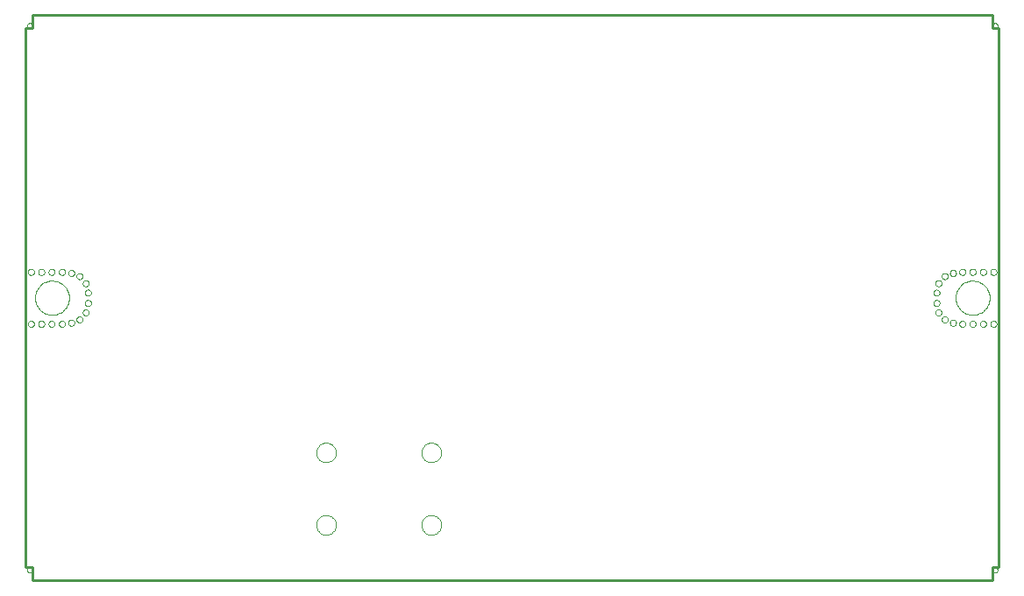
<source format=gbr>
G75*
G70*
%OFA0B0*%
%FSLAX24Y24*%
%IPPOS*%
%LPD*%
%AMOC8*
5,1,8,0,0,1.08239X$1,22.5*
%
%ADD10C,0.0000*%
%ADD11C,0.0100*%
D10*
X002914Y004552D02*
X002916Y004572D01*
X002922Y004591D01*
X002932Y004608D01*
X002944Y004623D01*
X002960Y004635D01*
X002978Y004644D01*
X002997Y004649D01*
X003017Y004650D01*
X003037Y004647D01*
X003055Y004640D01*
X003072Y004629D01*
X003086Y004616D01*
X003098Y004600D01*
X003106Y004581D01*
X003109Y004562D01*
X003109Y004542D01*
X003106Y004523D01*
X003098Y004504D01*
X003086Y004488D01*
X003072Y004475D01*
X003055Y004464D01*
X003037Y004457D01*
X003017Y004454D01*
X002997Y004455D01*
X002978Y004460D01*
X002960Y004469D01*
X002944Y004481D01*
X002932Y004496D01*
X002922Y004513D01*
X002916Y004532D01*
X002914Y004552D01*
X013907Y006265D02*
X013909Y006304D01*
X013915Y006343D01*
X013925Y006381D01*
X013939Y006417D01*
X013957Y006452D01*
X013978Y006485D01*
X014003Y006515D01*
X014031Y006543D01*
X014061Y006568D01*
X014094Y006589D01*
X014129Y006607D01*
X014165Y006621D01*
X014203Y006631D01*
X014242Y006637D01*
X014281Y006639D01*
X014320Y006637D01*
X014359Y006631D01*
X014397Y006621D01*
X014433Y006607D01*
X014468Y006589D01*
X014501Y006568D01*
X014531Y006543D01*
X014559Y006515D01*
X014584Y006485D01*
X014605Y006452D01*
X014623Y006417D01*
X014637Y006381D01*
X014647Y006343D01*
X014653Y006304D01*
X014655Y006265D01*
X014653Y006226D01*
X014647Y006187D01*
X014637Y006149D01*
X014623Y006113D01*
X014605Y006078D01*
X014584Y006045D01*
X014559Y006015D01*
X014531Y005987D01*
X014501Y005962D01*
X014468Y005941D01*
X014433Y005923D01*
X014397Y005909D01*
X014359Y005899D01*
X014320Y005893D01*
X014281Y005891D01*
X014242Y005893D01*
X014203Y005899D01*
X014165Y005909D01*
X014129Y005923D01*
X014094Y005941D01*
X014061Y005962D01*
X014031Y005987D01*
X014003Y006015D01*
X013978Y006045D01*
X013957Y006078D01*
X013939Y006113D01*
X013925Y006149D01*
X013915Y006187D01*
X013909Y006226D01*
X013907Y006265D01*
X013907Y009021D02*
X013909Y009060D01*
X013915Y009099D01*
X013925Y009137D01*
X013939Y009173D01*
X013957Y009208D01*
X013978Y009241D01*
X014003Y009271D01*
X014031Y009299D01*
X014061Y009324D01*
X014094Y009345D01*
X014129Y009363D01*
X014165Y009377D01*
X014203Y009387D01*
X014242Y009393D01*
X014281Y009395D01*
X014320Y009393D01*
X014359Y009387D01*
X014397Y009377D01*
X014433Y009363D01*
X014468Y009345D01*
X014501Y009324D01*
X014531Y009299D01*
X014559Y009271D01*
X014584Y009241D01*
X014605Y009208D01*
X014623Y009173D01*
X014637Y009137D01*
X014647Y009099D01*
X014653Y009060D01*
X014655Y009021D01*
X014653Y008982D01*
X014647Y008943D01*
X014637Y008905D01*
X014623Y008869D01*
X014605Y008834D01*
X014584Y008801D01*
X014559Y008771D01*
X014531Y008743D01*
X014501Y008718D01*
X014468Y008697D01*
X014433Y008679D01*
X014397Y008665D01*
X014359Y008655D01*
X014320Y008649D01*
X014281Y008647D01*
X014242Y008649D01*
X014203Y008655D01*
X014165Y008665D01*
X014129Y008679D01*
X014094Y008697D01*
X014061Y008718D01*
X014031Y008743D01*
X014003Y008771D01*
X013978Y008801D01*
X013957Y008834D01*
X013939Y008869D01*
X013925Y008905D01*
X013915Y008943D01*
X013909Y008982D01*
X013907Y009021D01*
X017907Y009021D02*
X017909Y009060D01*
X017915Y009099D01*
X017925Y009137D01*
X017939Y009173D01*
X017957Y009208D01*
X017978Y009241D01*
X018003Y009271D01*
X018031Y009299D01*
X018061Y009324D01*
X018094Y009345D01*
X018129Y009363D01*
X018165Y009377D01*
X018203Y009387D01*
X018242Y009393D01*
X018281Y009395D01*
X018320Y009393D01*
X018359Y009387D01*
X018397Y009377D01*
X018433Y009363D01*
X018468Y009345D01*
X018501Y009324D01*
X018531Y009299D01*
X018559Y009271D01*
X018584Y009241D01*
X018605Y009208D01*
X018623Y009173D01*
X018637Y009137D01*
X018647Y009099D01*
X018653Y009060D01*
X018655Y009021D01*
X018653Y008982D01*
X018647Y008943D01*
X018637Y008905D01*
X018623Y008869D01*
X018605Y008834D01*
X018584Y008801D01*
X018559Y008771D01*
X018531Y008743D01*
X018501Y008718D01*
X018468Y008697D01*
X018433Y008679D01*
X018397Y008665D01*
X018359Y008655D01*
X018320Y008649D01*
X018281Y008647D01*
X018242Y008649D01*
X018203Y008655D01*
X018165Y008665D01*
X018129Y008679D01*
X018094Y008697D01*
X018061Y008718D01*
X018031Y008743D01*
X018003Y008771D01*
X017978Y008801D01*
X017957Y008834D01*
X017939Y008869D01*
X017925Y008905D01*
X017915Y008943D01*
X017909Y008982D01*
X017907Y009021D01*
X017907Y006265D02*
X017909Y006304D01*
X017915Y006343D01*
X017925Y006381D01*
X017939Y006417D01*
X017957Y006452D01*
X017978Y006485D01*
X018003Y006515D01*
X018031Y006543D01*
X018061Y006568D01*
X018094Y006589D01*
X018129Y006607D01*
X018165Y006621D01*
X018203Y006631D01*
X018242Y006637D01*
X018281Y006639D01*
X018320Y006637D01*
X018359Y006631D01*
X018397Y006621D01*
X018433Y006607D01*
X018468Y006589D01*
X018501Y006568D01*
X018531Y006543D01*
X018559Y006515D01*
X018584Y006485D01*
X018605Y006452D01*
X018623Y006417D01*
X018637Y006381D01*
X018647Y006343D01*
X018653Y006304D01*
X018655Y006265D01*
X018653Y006226D01*
X018647Y006187D01*
X018637Y006149D01*
X018623Y006113D01*
X018605Y006078D01*
X018584Y006045D01*
X018559Y006015D01*
X018531Y005987D01*
X018501Y005962D01*
X018468Y005941D01*
X018433Y005923D01*
X018397Y005909D01*
X018359Y005899D01*
X018320Y005893D01*
X018281Y005891D01*
X018242Y005893D01*
X018203Y005899D01*
X018165Y005909D01*
X018129Y005923D01*
X018094Y005941D01*
X018061Y005962D01*
X018031Y005987D01*
X018003Y006015D01*
X017978Y006045D01*
X017957Y006078D01*
X017939Y006113D01*
X017925Y006149D01*
X017915Y006187D01*
X017909Y006226D01*
X017907Y006265D01*
X005028Y014349D02*
X005030Y014371D01*
X005036Y014392D01*
X005046Y014411D01*
X005059Y014428D01*
X005075Y014443D01*
X005093Y014455D01*
X005114Y014462D01*
X005135Y014466D01*
X005157Y014466D01*
X005178Y014462D01*
X005199Y014455D01*
X005217Y014443D01*
X005233Y014428D01*
X005246Y014411D01*
X005256Y014392D01*
X005262Y014371D01*
X005264Y014349D01*
X005262Y014327D01*
X005256Y014306D01*
X005246Y014287D01*
X005233Y014270D01*
X005217Y014255D01*
X005199Y014243D01*
X005178Y014236D01*
X005157Y014232D01*
X005135Y014232D01*
X005114Y014236D01*
X005093Y014243D01*
X005075Y014255D01*
X005059Y014270D01*
X005046Y014287D01*
X005036Y014306D01*
X005030Y014327D01*
X005028Y014349D01*
X004792Y014074D02*
X004794Y014096D01*
X004800Y014117D01*
X004810Y014136D01*
X004823Y014153D01*
X004839Y014168D01*
X004857Y014180D01*
X004878Y014187D01*
X004899Y014191D01*
X004921Y014191D01*
X004942Y014187D01*
X004963Y014180D01*
X004981Y014168D01*
X004997Y014153D01*
X005010Y014136D01*
X005020Y014117D01*
X005026Y014096D01*
X005028Y014074D01*
X005026Y014052D01*
X005020Y014031D01*
X005010Y014012D01*
X004997Y013995D01*
X004981Y013980D01*
X004963Y013968D01*
X004942Y013961D01*
X004921Y013957D01*
X004899Y013957D01*
X004878Y013961D01*
X004857Y013968D01*
X004839Y013980D01*
X004823Y013995D01*
X004810Y014012D01*
X004800Y014031D01*
X004794Y014052D01*
X004792Y014074D01*
X004477Y013956D02*
X004479Y013978D01*
X004485Y013999D01*
X004495Y014018D01*
X004508Y014035D01*
X004524Y014050D01*
X004542Y014062D01*
X004563Y014069D01*
X004584Y014073D01*
X004606Y014073D01*
X004627Y014069D01*
X004648Y014062D01*
X004666Y014050D01*
X004682Y014035D01*
X004695Y014018D01*
X004705Y013999D01*
X004711Y013978D01*
X004713Y013956D01*
X004711Y013934D01*
X004705Y013913D01*
X004695Y013894D01*
X004682Y013877D01*
X004666Y013862D01*
X004648Y013850D01*
X004627Y013843D01*
X004606Y013839D01*
X004584Y013839D01*
X004563Y013843D01*
X004542Y013850D01*
X004524Y013862D01*
X004508Y013877D01*
X004495Y013894D01*
X004485Y013913D01*
X004479Y013934D01*
X004477Y013956D01*
X004122Y013916D02*
X004124Y013938D01*
X004130Y013959D01*
X004140Y013978D01*
X004153Y013995D01*
X004169Y014010D01*
X004187Y014022D01*
X004208Y014029D01*
X004229Y014033D01*
X004251Y014033D01*
X004272Y014029D01*
X004293Y014022D01*
X004311Y014010D01*
X004327Y013995D01*
X004340Y013978D01*
X004350Y013959D01*
X004356Y013938D01*
X004358Y013916D01*
X004356Y013894D01*
X004350Y013873D01*
X004340Y013854D01*
X004327Y013837D01*
X004311Y013822D01*
X004293Y013810D01*
X004272Y013803D01*
X004251Y013799D01*
X004229Y013799D01*
X004208Y013803D01*
X004187Y013810D01*
X004169Y013822D01*
X004153Y013837D01*
X004140Y013854D01*
X004130Y013873D01*
X004124Y013894D01*
X004122Y013916D01*
X003729Y013916D02*
X003731Y013938D01*
X003737Y013959D01*
X003747Y013978D01*
X003760Y013995D01*
X003776Y014010D01*
X003794Y014022D01*
X003815Y014029D01*
X003836Y014033D01*
X003858Y014033D01*
X003879Y014029D01*
X003900Y014022D01*
X003918Y014010D01*
X003934Y013995D01*
X003947Y013978D01*
X003957Y013959D01*
X003963Y013938D01*
X003965Y013916D01*
X003963Y013894D01*
X003957Y013873D01*
X003947Y013854D01*
X003934Y013837D01*
X003918Y013822D01*
X003900Y013810D01*
X003879Y013803D01*
X003858Y013799D01*
X003836Y013799D01*
X003815Y013803D01*
X003794Y013810D01*
X003776Y013822D01*
X003760Y013837D01*
X003747Y013854D01*
X003737Y013873D01*
X003731Y013894D01*
X003729Y013916D01*
X003335Y013916D02*
X003337Y013938D01*
X003343Y013959D01*
X003353Y013978D01*
X003366Y013995D01*
X003382Y014010D01*
X003400Y014022D01*
X003421Y014029D01*
X003442Y014033D01*
X003464Y014033D01*
X003485Y014029D01*
X003506Y014022D01*
X003524Y014010D01*
X003540Y013995D01*
X003553Y013978D01*
X003563Y013959D01*
X003569Y013938D01*
X003571Y013916D01*
X003569Y013894D01*
X003563Y013873D01*
X003553Y013854D01*
X003540Y013837D01*
X003524Y013822D01*
X003506Y013810D01*
X003485Y013803D01*
X003464Y013799D01*
X003442Y013799D01*
X003421Y013803D01*
X003400Y013810D01*
X003382Y013822D01*
X003366Y013837D01*
X003353Y013854D01*
X003343Y013873D01*
X003337Y013894D01*
X003335Y013916D01*
X002941Y013916D02*
X002943Y013938D01*
X002949Y013959D01*
X002959Y013978D01*
X002972Y013995D01*
X002988Y014010D01*
X003006Y014022D01*
X003027Y014029D01*
X003048Y014033D01*
X003070Y014033D01*
X003091Y014029D01*
X003112Y014022D01*
X003130Y014010D01*
X003146Y013995D01*
X003159Y013978D01*
X003169Y013959D01*
X003175Y013938D01*
X003177Y013916D01*
X003175Y013894D01*
X003169Y013873D01*
X003159Y013854D01*
X003146Y013837D01*
X003130Y013822D01*
X003112Y013810D01*
X003091Y013803D01*
X003070Y013799D01*
X003048Y013799D01*
X003027Y013803D01*
X003006Y013810D01*
X002988Y013822D01*
X002972Y013837D01*
X002959Y013854D01*
X002949Y013873D01*
X002943Y013894D01*
X002941Y013916D01*
X003212Y014902D02*
X003215Y014961D01*
X003223Y015020D01*
X003236Y015077D01*
X003255Y015134D01*
X003278Y015188D01*
X003307Y015240D01*
X003340Y015289D01*
X003377Y015335D01*
X003418Y015377D01*
X003463Y015415D01*
X003512Y015450D01*
X003563Y015479D01*
X003617Y015504D01*
X003672Y015524D01*
X003730Y015538D01*
X003788Y015548D01*
X003847Y015552D01*
X003906Y015550D01*
X003965Y015544D01*
X004023Y015532D01*
X004080Y015514D01*
X004134Y015492D01*
X004187Y015465D01*
X004237Y015433D01*
X004284Y015397D01*
X004327Y015356D01*
X004366Y015312D01*
X004401Y015265D01*
X004432Y015214D01*
X004458Y015161D01*
X004479Y015106D01*
X004495Y015049D01*
X004506Y014991D01*
X004511Y014932D01*
X004511Y014872D01*
X004506Y014813D01*
X004495Y014755D01*
X004479Y014698D01*
X004458Y014643D01*
X004432Y014590D01*
X004401Y014539D01*
X004366Y014492D01*
X004327Y014448D01*
X004284Y014407D01*
X004237Y014371D01*
X004187Y014339D01*
X004134Y014312D01*
X004080Y014290D01*
X004023Y014272D01*
X003965Y014260D01*
X003906Y014254D01*
X003847Y014252D01*
X003788Y014256D01*
X003730Y014266D01*
X003672Y014280D01*
X003617Y014300D01*
X003563Y014325D01*
X003512Y014354D01*
X003463Y014389D01*
X003418Y014427D01*
X003377Y014469D01*
X003340Y014515D01*
X003307Y014564D01*
X003278Y014616D01*
X003255Y014670D01*
X003236Y014727D01*
X003223Y014784D01*
X003215Y014843D01*
X003212Y014902D01*
X002941Y015885D02*
X002943Y015907D01*
X002949Y015928D01*
X002959Y015947D01*
X002972Y015964D01*
X002988Y015979D01*
X003006Y015991D01*
X003027Y015998D01*
X003048Y016002D01*
X003070Y016002D01*
X003091Y015998D01*
X003112Y015991D01*
X003130Y015979D01*
X003146Y015964D01*
X003159Y015947D01*
X003169Y015928D01*
X003175Y015907D01*
X003177Y015885D01*
X003175Y015863D01*
X003169Y015842D01*
X003159Y015823D01*
X003146Y015806D01*
X003130Y015791D01*
X003112Y015779D01*
X003091Y015772D01*
X003070Y015768D01*
X003048Y015768D01*
X003027Y015772D01*
X003006Y015779D01*
X002988Y015791D01*
X002972Y015806D01*
X002959Y015823D01*
X002949Y015842D01*
X002943Y015863D01*
X002941Y015885D01*
X003335Y015885D02*
X003337Y015907D01*
X003343Y015928D01*
X003353Y015947D01*
X003366Y015964D01*
X003382Y015979D01*
X003400Y015991D01*
X003421Y015998D01*
X003442Y016002D01*
X003464Y016002D01*
X003485Y015998D01*
X003506Y015991D01*
X003524Y015979D01*
X003540Y015964D01*
X003553Y015947D01*
X003563Y015928D01*
X003569Y015907D01*
X003571Y015885D01*
X003569Y015863D01*
X003563Y015842D01*
X003553Y015823D01*
X003540Y015806D01*
X003524Y015791D01*
X003506Y015779D01*
X003485Y015772D01*
X003464Y015768D01*
X003442Y015768D01*
X003421Y015772D01*
X003400Y015779D01*
X003382Y015791D01*
X003366Y015806D01*
X003353Y015823D01*
X003343Y015842D01*
X003337Y015863D01*
X003335Y015885D01*
X003729Y015885D02*
X003731Y015907D01*
X003737Y015928D01*
X003747Y015947D01*
X003760Y015964D01*
X003776Y015979D01*
X003794Y015991D01*
X003815Y015998D01*
X003836Y016002D01*
X003858Y016002D01*
X003879Y015998D01*
X003900Y015991D01*
X003918Y015979D01*
X003934Y015964D01*
X003947Y015947D01*
X003957Y015928D01*
X003963Y015907D01*
X003965Y015885D01*
X003963Y015863D01*
X003957Y015842D01*
X003947Y015823D01*
X003934Y015806D01*
X003918Y015791D01*
X003900Y015779D01*
X003879Y015772D01*
X003858Y015768D01*
X003836Y015768D01*
X003815Y015772D01*
X003794Y015779D01*
X003776Y015791D01*
X003760Y015806D01*
X003747Y015823D01*
X003737Y015842D01*
X003731Y015863D01*
X003729Y015885D01*
X004122Y015885D02*
X004124Y015907D01*
X004130Y015928D01*
X004140Y015947D01*
X004153Y015964D01*
X004169Y015979D01*
X004187Y015991D01*
X004208Y015998D01*
X004229Y016002D01*
X004251Y016002D01*
X004272Y015998D01*
X004293Y015991D01*
X004311Y015979D01*
X004327Y015964D01*
X004340Y015947D01*
X004350Y015928D01*
X004356Y015907D01*
X004358Y015885D01*
X004356Y015863D01*
X004350Y015842D01*
X004340Y015823D01*
X004327Y015806D01*
X004311Y015791D01*
X004293Y015779D01*
X004272Y015772D01*
X004251Y015768D01*
X004229Y015768D01*
X004208Y015772D01*
X004187Y015779D01*
X004169Y015791D01*
X004153Y015806D01*
X004140Y015823D01*
X004130Y015842D01*
X004124Y015863D01*
X004122Y015885D01*
X004477Y015845D02*
X004479Y015867D01*
X004485Y015888D01*
X004495Y015907D01*
X004508Y015924D01*
X004524Y015939D01*
X004542Y015951D01*
X004563Y015958D01*
X004584Y015962D01*
X004606Y015962D01*
X004627Y015958D01*
X004648Y015951D01*
X004666Y015939D01*
X004682Y015924D01*
X004695Y015907D01*
X004705Y015888D01*
X004711Y015867D01*
X004713Y015845D01*
X004711Y015823D01*
X004705Y015802D01*
X004695Y015783D01*
X004682Y015766D01*
X004666Y015751D01*
X004648Y015739D01*
X004627Y015732D01*
X004606Y015728D01*
X004584Y015728D01*
X004563Y015732D01*
X004542Y015739D01*
X004524Y015751D01*
X004508Y015766D01*
X004495Y015783D01*
X004485Y015802D01*
X004479Y015823D01*
X004477Y015845D01*
X004792Y015727D02*
X004794Y015749D01*
X004800Y015770D01*
X004810Y015789D01*
X004823Y015806D01*
X004839Y015821D01*
X004857Y015833D01*
X004878Y015840D01*
X004899Y015844D01*
X004921Y015844D01*
X004942Y015840D01*
X004963Y015833D01*
X004981Y015821D01*
X004997Y015806D01*
X005010Y015789D01*
X005020Y015770D01*
X005026Y015749D01*
X005028Y015727D01*
X005026Y015705D01*
X005020Y015684D01*
X005010Y015665D01*
X004997Y015648D01*
X004981Y015633D01*
X004963Y015621D01*
X004942Y015614D01*
X004921Y015610D01*
X004899Y015610D01*
X004878Y015614D01*
X004857Y015621D01*
X004839Y015633D01*
X004823Y015648D01*
X004810Y015665D01*
X004800Y015684D01*
X004794Y015705D01*
X004792Y015727D01*
X005028Y015452D02*
X005030Y015474D01*
X005036Y015495D01*
X005046Y015514D01*
X005059Y015531D01*
X005075Y015546D01*
X005093Y015558D01*
X005114Y015565D01*
X005135Y015569D01*
X005157Y015569D01*
X005178Y015565D01*
X005199Y015558D01*
X005217Y015546D01*
X005233Y015531D01*
X005246Y015514D01*
X005256Y015495D01*
X005262Y015474D01*
X005264Y015452D01*
X005262Y015430D01*
X005256Y015409D01*
X005246Y015390D01*
X005233Y015373D01*
X005217Y015358D01*
X005199Y015346D01*
X005178Y015339D01*
X005157Y015335D01*
X005135Y015335D01*
X005114Y015339D01*
X005093Y015346D01*
X005075Y015358D01*
X005059Y015373D01*
X005046Y015390D01*
X005036Y015409D01*
X005030Y015430D01*
X005028Y015452D01*
X005107Y015097D02*
X005109Y015119D01*
X005115Y015140D01*
X005125Y015159D01*
X005138Y015176D01*
X005154Y015191D01*
X005172Y015203D01*
X005193Y015210D01*
X005214Y015214D01*
X005236Y015214D01*
X005257Y015210D01*
X005278Y015203D01*
X005296Y015191D01*
X005312Y015176D01*
X005325Y015159D01*
X005335Y015140D01*
X005341Y015119D01*
X005343Y015097D01*
X005341Y015075D01*
X005335Y015054D01*
X005325Y015035D01*
X005312Y015018D01*
X005296Y015003D01*
X005278Y014991D01*
X005257Y014984D01*
X005236Y014980D01*
X005214Y014980D01*
X005193Y014984D01*
X005172Y014991D01*
X005154Y015003D01*
X005138Y015018D01*
X005125Y015035D01*
X005115Y015054D01*
X005109Y015075D01*
X005107Y015097D01*
X005107Y014704D02*
X005109Y014726D01*
X005115Y014747D01*
X005125Y014766D01*
X005138Y014783D01*
X005154Y014798D01*
X005172Y014810D01*
X005193Y014817D01*
X005214Y014821D01*
X005236Y014821D01*
X005257Y014817D01*
X005278Y014810D01*
X005296Y014798D01*
X005312Y014783D01*
X005325Y014766D01*
X005335Y014747D01*
X005341Y014726D01*
X005343Y014704D01*
X005341Y014682D01*
X005335Y014661D01*
X005325Y014642D01*
X005312Y014625D01*
X005296Y014610D01*
X005278Y014598D01*
X005257Y014591D01*
X005236Y014587D01*
X005214Y014587D01*
X005193Y014591D01*
X005172Y014598D01*
X005154Y014610D01*
X005138Y014625D01*
X005125Y014642D01*
X005115Y014661D01*
X005109Y014682D01*
X005107Y014704D01*
X002914Y025252D02*
X002916Y025272D01*
X002922Y025291D01*
X002932Y025308D01*
X002944Y025323D01*
X002960Y025335D01*
X002978Y025344D01*
X002997Y025349D01*
X003017Y025350D01*
X003037Y025347D01*
X003055Y025340D01*
X003072Y025329D01*
X003086Y025316D01*
X003098Y025300D01*
X003106Y025281D01*
X003109Y025262D01*
X003109Y025242D01*
X003106Y025223D01*
X003098Y025204D01*
X003086Y025188D01*
X003072Y025175D01*
X003055Y025164D01*
X003037Y025157D01*
X003017Y025154D01*
X002997Y025155D01*
X002978Y025160D01*
X002960Y025169D01*
X002944Y025181D01*
X002932Y025196D01*
X002922Y025213D01*
X002916Y025232D01*
X002914Y025252D01*
X037449Y015452D02*
X037451Y015474D01*
X037457Y015495D01*
X037467Y015514D01*
X037480Y015531D01*
X037496Y015546D01*
X037514Y015558D01*
X037535Y015565D01*
X037556Y015569D01*
X037578Y015569D01*
X037599Y015565D01*
X037620Y015558D01*
X037638Y015546D01*
X037654Y015531D01*
X037667Y015514D01*
X037677Y015495D01*
X037683Y015474D01*
X037685Y015452D01*
X037683Y015430D01*
X037677Y015409D01*
X037667Y015390D01*
X037654Y015373D01*
X037638Y015358D01*
X037620Y015346D01*
X037599Y015339D01*
X037578Y015335D01*
X037556Y015335D01*
X037535Y015339D01*
X037514Y015346D01*
X037496Y015358D01*
X037480Y015373D01*
X037467Y015390D01*
X037457Y015409D01*
X037451Y015430D01*
X037449Y015452D01*
X037370Y015097D02*
X037372Y015119D01*
X037378Y015140D01*
X037388Y015159D01*
X037401Y015176D01*
X037417Y015191D01*
X037435Y015203D01*
X037456Y015210D01*
X037477Y015214D01*
X037499Y015214D01*
X037520Y015210D01*
X037541Y015203D01*
X037559Y015191D01*
X037575Y015176D01*
X037588Y015159D01*
X037598Y015140D01*
X037604Y015119D01*
X037606Y015097D01*
X037604Y015075D01*
X037598Y015054D01*
X037588Y015035D01*
X037575Y015018D01*
X037559Y015003D01*
X037541Y014991D01*
X037520Y014984D01*
X037499Y014980D01*
X037477Y014980D01*
X037456Y014984D01*
X037435Y014991D01*
X037417Y015003D01*
X037401Y015018D01*
X037388Y015035D01*
X037378Y015054D01*
X037372Y015075D01*
X037370Y015097D01*
X037370Y014704D02*
X037372Y014726D01*
X037378Y014747D01*
X037388Y014766D01*
X037401Y014783D01*
X037417Y014798D01*
X037435Y014810D01*
X037456Y014817D01*
X037477Y014821D01*
X037499Y014821D01*
X037520Y014817D01*
X037541Y014810D01*
X037559Y014798D01*
X037575Y014783D01*
X037588Y014766D01*
X037598Y014747D01*
X037604Y014726D01*
X037606Y014704D01*
X037604Y014682D01*
X037598Y014661D01*
X037588Y014642D01*
X037575Y014625D01*
X037559Y014610D01*
X037541Y014598D01*
X037520Y014591D01*
X037499Y014587D01*
X037477Y014587D01*
X037456Y014591D01*
X037435Y014598D01*
X037417Y014610D01*
X037401Y014625D01*
X037388Y014642D01*
X037378Y014661D01*
X037372Y014682D01*
X037370Y014704D01*
X037449Y014349D02*
X037451Y014371D01*
X037457Y014392D01*
X037467Y014411D01*
X037480Y014428D01*
X037496Y014443D01*
X037514Y014455D01*
X037535Y014462D01*
X037556Y014466D01*
X037578Y014466D01*
X037599Y014462D01*
X037620Y014455D01*
X037638Y014443D01*
X037654Y014428D01*
X037667Y014411D01*
X037677Y014392D01*
X037683Y014371D01*
X037685Y014349D01*
X037683Y014327D01*
X037677Y014306D01*
X037667Y014287D01*
X037654Y014270D01*
X037638Y014255D01*
X037620Y014243D01*
X037599Y014236D01*
X037578Y014232D01*
X037556Y014232D01*
X037535Y014236D01*
X037514Y014243D01*
X037496Y014255D01*
X037480Y014270D01*
X037467Y014287D01*
X037457Y014306D01*
X037451Y014327D01*
X037449Y014349D01*
X037685Y014074D02*
X037687Y014096D01*
X037693Y014117D01*
X037703Y014136D01*
X037716Y014153D01*
X037732Y014168D01*
X037750Y014180D01*
X037771Y014187D01*
X037792Y014191D01*
X037814Y014191D01*
X037835Y014187D01*
X037856Y014180D01*
X037874Y014168D01*
X037890Y014153D01*
X037903Y014136D01*
X037913Y014117D01*
X037919Y014096D01*
X037921Y014074D01*
X037919Y014052D01*
X037913Y014031D01*
X037903Y014012D01*
X037890Y013995D01*
X037874Y013980D01*
X037856Y013968D01*
X037835Y013961D01*
X037814Y013957D01*
X037792Y013957D01*
X037771Y013961D01*
X037750Y013968D01*
X037732Y013980D01*
X037716Y013995D01*
X037703Y014012D01*
X037693Y014031D01*
X037687Y014052D01*
X037685Y014074D01*
X038000Y013956D02*
X038002Y013978D01*
X038008Y013999D01*
X038018Y014018D01*
X038031Y014035D01*
X038047Y014050D01*
X038065Y014062D01*
X038086Y014069D01*
X038107Y014073D01*
X038129Y014073D01*
X038150Y014069D01*
X038171Y014062D01*
X038189Y014050D01*
X038205Y014035D01*
X038218Y014018D01*
X038228Y013999D01*
X038234Y013978D01*
X038236Y013956D01*
X038234Y013934D01*
X038228Y013913D01*
X038218Y013894D01*
X038205Y013877D01*
X038189Y013862D01*
X038171Y013850D01*
X038150Y013843D01*
X038129Y013839D01*
X038107Y013839D01*
X038086Y013843D01*
X038065Y013850D01*
X038047Y013862D01*
X038031Y013877D01*
X038018Y013894D01*
X038008Y013913D01*
X038002Y013934D01*
X038000Y013956D01*
X038355Y013916D02*
X038357Y013938D01*
X038363Y013959D01*
X038373Y013978D01*
X038386Y013995D01*
X038402Y014010D01*
X038420Y014022D01*
X038441Y014029D01*
X038462Y014033D01*
X038484Y014033D01*
X038505Y014029D01*
X038526Y014022D01*
X038544Y014010D01*
X038560Y013995D01*
X038573Y013978D01*
X038583Y013959D01*
X038589Y013938D01*
X038591Y013916D01*
X038589Y013894D01*
X038583Y013873D01*
X038573Y013854D01*
X038560Y013837D01*
X038544Y013822D01*
X038526Y013810D01*
X038505Y013803D01*
X038484Y013799D01*
X038462Y013799D01*
X038441Y013803D01*
X038420Y013810D01*
X038402Y013822D01*
X038386Y013837D01*
X038373Y013854D01*
X038363Y013873D01*
X038357Y013894D01*
X038355Y013916D01*
X038748Y013916D02*
X038750Y013938D01*
X038756Y013959D01*
X038766Y013978D01*
X038779Y013995D01*
X038795Y014010D01*
X038813Y014022D01*
X038834Y014029D01*
X038855Y014033D01*
X038877Y014033D01*
X038898Y014029D01*
X038919Y014022D01*
X038937Y014010D01*
X038953Y013995D01*
X038966Y013978D01*
X038976Y013959D01*
X038982Y013938D01*
X038984Y013916D01*
X038982Y013894D01*
X038976Y013873D01*
X038966Y013854D01*
X038953Y013837D01*
X038937Y013822D01*
X038919Y013810D01*
X038898Y013803D01*
X038877Y013799D01*
X038855Y013799D01*
X038834Y013803D01*
X038813Y013810D01*
X038795Y013822D01*
X038779Y013837D01*
X038766Y013854D01*
X038756Y013873D01*
X038750Y013894D01*
X038748Y013916D01*
X039142Y013916D02*
X039144Y013938D01*
X039150Y013959D01*
X039160Y013978D01*
X039173Y013995D01*
X039189Y014010D01*
X039207Y014022D01*
X039228Y014029D01*
X039249Y014033D01*
X039271Y014033D01*
X039292Y014029D01*
X039313Y014022D01*
X039331Y014010D01*
X039347Y013995D01*
X039360Y013978D01*
X039370Y013959D01*
X039376Y013938D01*
X039378Y013916D01*
X039376Y013894D01*
X039370Y013873D01*
X039360Y013854D01*
X039347Y013837D01*
X039331Y013822D01*
X039313Y013810D01*
X039292Y013803D01*
X039271Y013799D01*
X039249Y013799D01*
X039228Y013803D01*
X039207Y013810D01*
X039189Y013822D01*
X039173Y013837D01*
X039160Y013854D01*
X039150Y013873D01*
X039144Y013894D01*
X039142Y013916D01*
X039536Y013916D02*
X039538Y013938D01*
X039544Y013959D01*
X039554Y013978D01*
X039567Y013995D01*
X039583Y014010D01*
X039601Y014022D01*
X039622Y014029D01*
X039643Y014033D01*
X039665Y014033D01*
X039686Y014029D01*
X039707Y014022D01*
X039725Y014010D01*
X039741Y013995D01*
X039754Y013978D01*
X039764Y013959D01*
X039770Y013938D01*
X039772Y013916D01*
X039770Y013894D01*
X039764Y013873D01*
X039754Y013854D01*
X039741Y013837D01*
X039725Y013822D01*
X039707Y013810D01*
X039686Y013803D01*
X039665Y013799D01*
X039643Y013799D01*
X039622Y013803D01*
X039601Y013810D01*
X039583Y013822D01*
X039567Y013837D01*
X039554Y013854D01*
X039544Y013873D01*
X039538Y013894D01*
X039536Y013916D01*
X038212Y014902D02*
X038215Y014961D01*
X038223Y015020D01*
X038236Y015077D01*
X038255Y015134D01*
X038278Y015188D01*
X038307Y015240D01*
X038340Y015289D01*
X038377Y015335D01*
X038418Y015377D01*
X038463Y015415D01*
X038512Y015450D01*
X038563Y015479D01*
X038617Y015504D01*
X038672Y015524D01*
X038730Y015538D01*
X038788Y015548D01*
X038847Y015552D01*
X038906Y015550D01*
X038965Y015544D01*
X039023Y015532D01*
X039080Y015514D01*
X039134Y015492D01*
X039187Y015465D01*
X039237Y015433D01*
X039284Y015397D01*
X039327Y015356D01*
X039366Y015312D01*
X039401Y015265D01*
X039432Y015214D01*
X039458Y015161D01*
X039479Y015106D01*
X039495Y015049D01*
X039506Y014991D01*
X039511Y014932D01*
X039511Y014872D01*
X039506Y014813D01*
X039495Y014755D01*
X039479Y014698D01*
X039458Y014643D01*
X039432Y014590D01*
X039401Y014539D01*
X039366Y014492D01*
X039327Y014448D01*
X039284Y014407D01*
X039237Y014371D01*
X039187Y014339D01*
X039134Y014312D01*
X039080Y014290D01*
X039023Y014272D01*
X038965Y014260D01*
X038906Y014254D01*
X038847Y014252D01*
X038788Y014256D01*
X038730Y014266D01*
X038672Y014280D01*
X038617Y014300D01*
X038563Y014325D01*
X038512Y014354D01*
X038463Y014389D01*
X038418Y014427D01*
X038377Y014469D01*
X038340Y014515D01*
X038307Y014564D01*
X038278Y014616D01*
X038255Y014670D01*
X038236Y014727D01*
X038223Y014784D01*
X038215Y014843D01*
X038212Y014902D01*
X037685Y015727D02*
X037687Y015749D01*
X037693Y015770D01*
X037703Y015789D01*
X037716Y015806D01*
X037732Y015821D01*
X037750Y015833D01*
X037771Y015840D01*
X037792Y015844D01*
X037814Y015844D01*
X037835Y015840D01*
X037856Y015833D01*
X037874Y015821D01*
X037890Y015806D01*
X037903Y015789D01*
X037913Y015770D01*
X037919Y015749D01*
X037921Y015727D01*
X037919Y015705D01*
X037913Y015684D01*
X037903Y015665D01*
X037890Y015648D01*
X037874Y015633D01*
X037856Y015621D01*
X037835Y015614D01*
X037814Y015610D01*
X037792Y015610D01*
X037771Y015614D01*
X037750Y015621D01*
X037732Y015633D01*
X037716Y015648D01*
X037703Y015665D01*
X037693Y015684D01*
X037687Y015705D01*
X037685Y015727D01*
X038000Y015845D02*
X038002Y015867D01*
X038008Y015888D01*
X038018Y015907D01*
X038031Y015924D01*
X038047Y015939D01*
X038065Y015951D01*
X038086Y015958D01*
X038107Y015962D01*
X038129Y015962D01*
X038150Y015958D01*
X038171Y015951D01*
X038189Y015939D01*
X038205Y015924D01*
X038218Y015907D01*
X038228Y015888D01*
X038234Y015867D01*
X038236Y015845D01*
X038234Y015823D01*
X038228Y015802D01*
X038218Y015783D01*
X038205Y015766D01*
X038189Y015751D01*
X038171Y015739D01*
X038150Y015732D01*
X038129Y015728D01*
X038107Y015728D01*
X038086Y015732D01*
X038065Y015739D01*
X038047Y015751D01*
X038031Y015766D01*
X038018Y015783D01*
X038008Y015802D01*
X038002Y015823D01*
X038000Y015845D01*
X038355Y015885D02*
X038357Y015907D01*
X038363Y015928D01*
X038373Y015947D01*
X038386Y015964D01*
X038402Y015979D01*
X038420Y015991D01*
X038441Y015998D01*
X038462Y016002D01*
X038484Y016002D01*
X038505Y015998D01*
X038526Y015991D01*
X038544Y015979D01*
X038560Y015964D01*
X038573Y015947D01*
X038583Y015928D01*
X038589Y015907D01*
X038591Y015885D01*
X038589Y015863D01*
X038583Y015842D01*
X038573Y015823D01*
X038560Y015806D01*
X038544Y015791D01*
X038526Y015779D01*
X038505Y015772D01*
X038484Y015768D01*
X038462Y015768D01*
X038441Y015772D01*
X038420Y015779D01*
X038402Y015791D01*
X038386Y015806D01*
X038373Y015823D01*
X038363Y015842D01*
X038357Y015863D01*
X038355Y015885D01*
X038748Y015885D02*
X038750Y015907D01*
X038756Y015928D01*
X038766Y015947D01*
X038779Y015964D01*
X038795Y015979D01*
X038813Y015991D01*
X038834Y015998D01*
X038855Y016002D01*
X038877Y016002D01*
X038898Y015998D01*
X038919Y015991D01*
X038937Y015979D01*
X038953Y015964D01*
X038966Y015947D01*
X038976Y015928D01*
X038982Y015907D01*
X038984Y015885D01*
X038982Y015863D01*
X038976Y015842D01*
X038966Y015823D01*
X038953Y015806D01*
X038937Y015791D01*
X038919Y015779D01*
X038898Y015772D01*
X038877Y015768D01*
X038855Y015768D01*
X038834Y015772D01*
X038813Y015779D01*
X038795Y015791D01*
X038779Y015806D01*
X038766Y015823D01*
X038756Y015842D01*
X038750Y015863D01*
X038748Y015885D01*
X039142Y015885D02*
X039144Y015907D01*
X039150Y015928D01*
X039160Y015947D01*
X039173Y015964D01*
X039189Y015979D01*
X039207Y015991D01*
X039228Y015998D01*
X039249Y016002D01*
X039271Y016002D01*
X039292Y015998D01*
X039313Y015991D01*
X039331Y015979D01*
X039347Y015964D01*
X039360Y015947D01*
X039370Y015928D01*
X039376Y015907D01*
X039378Y015885D01*
X039376Y015863D01*
X039370Y015842D01*
X039360Y015823D01*
X039347Y015806D01*
X039331Y015791D01*
X039313Y015779D01*
X039292Y015772D01*
X039271Y015768D01*
X039249Y015768D01*
X039228Y015772D01*
X039207Y015779D01*
X039189Y015791D01*
X039173Y015806D01*
X039160Y015823D01*
X039150Y015842D01*
X039144Y015863D01*
X039142Y015885D01*
X039536Y015885D02*
X039538Y015907D01*
X039544Y015928D01*
X039554Y015947D01*
X039567Y015964D01*
X039583Y015979D01*
X039601Y015991D01*
X039622Y015998D01*
X039643Y016002D01*
X039665Y016002D01*
X039686Y015998D01*
X039707Y015991D01*
X039725Y015979D01*
X039741Y015964D01*
X039754Y015947D01*
X039764Y015928D01*
X039770Y015907D01*
X039772Y015885D01*
X039770Y015863D01*
X039764Y015842D01*
X039754Y015823D01*
X039741Y015806D01*
X039725Y015791D01*
X039707Y015779D01*
X039686Y015772D01*
X039665Y015768D01*
X039643Y015768D01*
X039622Y015772D01*
X039601Y015779D01*
X039583Y015791D01*
X039567Y015806D01*
X039554Y015823D01*
X039544Y015842D01*
X039538Y015863D01*
X039536Y015885D01*
X039614Y025252D02*
X039616Y025272D01*
X039622Y025291D01*
X039632Y025308D01*
X039644Y025323D01*
X039660Y025335D01*
X039678Y025344D01*
X039697Y025349D01*
X039717Y025350D01*
X039737Y025347D01*
X039755Y025340D01*
X039772Y025329D01*
X039786Y025316D01*
X039798Y025300D01*
X039806Y025281D01*
X039809Y025262D01*
X039809Y025242D01*
X039806Y025223D01*
X039798Y025204D01*
X039786Y025188D01*
X039772Y025175D01*
X039755Y025164D01*
X039737Y025157D01*
X039717Y025154D01*
X039697Y025155D01*
X039678Y025160D01*
X039660Y025169D01*
X039644Y025181D01*
X039632Y025196D01*
X039622Y025213D01*
X039616Y025232D01*
X039614Y025252D01*
X039614Y004552D02*
X039616Y004572D01*
X039622Y004591D01*
X039632Y004608D01*
X039644Y004623D01*
X039660Y004635D01*
X039678Y004644D01*
X039697Y004649D01*
X039717Y004650D01*
X039737Y004647D01*
X039755Y004640D01*
X039772Y004629D01*
X039786Y004616D01*
X039798Y004600D01*
X039806Y004581D01*
X039809Y004562D01*
X039809Y004542D01*
X039806Y004523D01*
X039798Y004504D01*
X039786Y004488D01*
X039772Y004475D01*
X039755Y004464D01*
X039737Y004457D01*
X039717Y004454D01*
X039697Y004455D01*
X039678Y004460D01*
X039660Y004469D01*
X039644Y004481D01*
X039632Y004496D01*
X039622Y004513D01*
X039616Y004532D01*
X039614Y004552D01*
D11*
X003112Y004652D02*
X003112Y004152D01*
X039612Y004152D01*
X039612Y004652D01*
X039862Y004652D01*
X039862Y025152D01*
X039612Y025152D01*
X039612Y025652D01*
X003112Y025652D01*
X003112Y025152D01*
X002862Y025152D01*
X002862Y004652D01*
X003112Y004652D01*
M02*

</source>
